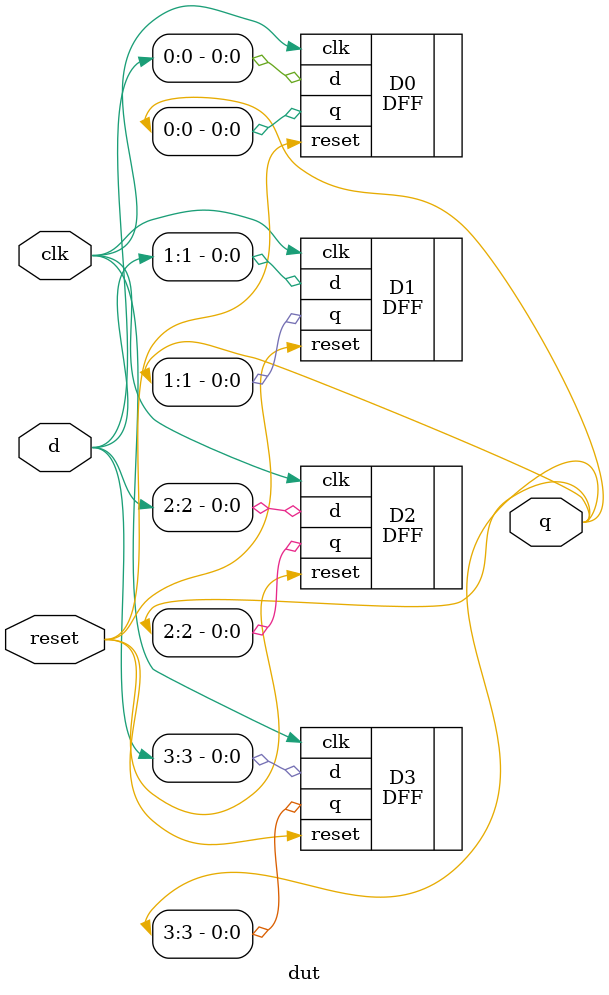
<source format=v>

module dut(
    input[3:0] d,
    input clk,
    input reset,
    output[3:0] q
);

DFF D0(.d(d[0]),.clk(clk),.reset(reset),.q(q[0]));
DFF D1(.d(d[1]),.clk(clk),.reset(reset),.q(q[1]));
DFF D2(.d(d[2]),.clk(clk),.reset(reset),.q(q[2]));
DFF D3(.d(d[3]),.clk(clk),.reset(reset),.q(q[3]));

endmodule
</source>
